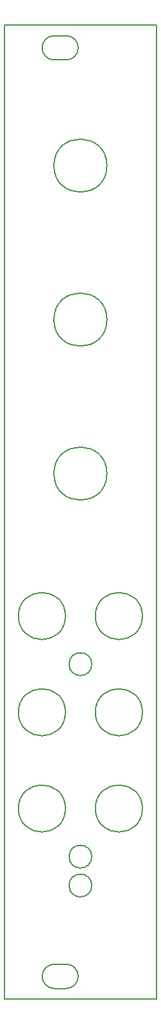
<source format=gbr>
G04 #@! TF.GenerationSoftware,KiCad,Pcbnew,(5.1.9-0-10_14)*
G04 #@! TF.CreationDate,2021-01-17T22:18:43-06:00*
G04 #@! TF.ProjectId,JNTUB_panel,4a4e5455-425f-4706-916e-656c2e6b6963,rev?*
G04 #@! TF.SameCoordinates,Original*
G04 #@! TF.FileFunction,Profile,NP*
%FSLAX46Y46*%
G04 Gerber Fmt 4.6, Leading zero omitted, Abs format (unit mm)*
G04 Created by KiCad (PCBNEW (5.1.9-0-10_14)) date 2021-01-17 22:18:43*
%MOMM*%
%LPD*%
G01*
G04 APERTURE LIST*
G04 #@! TA.AperFunction,Profile*
%ADD10C,0.150000*%
G04 #@! TD*
G04 APERTURE END LIST*
D10*
X94615000Y-162179000D02*
X95402400Y-162179000D01*
X94615000Y-162179000D02*
X93827600Y-162179000D01*
X94615000Y-158978600D02*
X95402400Y-158978600D01*
X94615000Y-158978600D02*
X93827600Y-158978600D01*
X93827600Y-162179000D02*
G75*
G02*
X92227400Y-160578800I0J1600200D01*
G01*
X97002600Y-160578800D02*
G75*
G02*
X95402400Y-162179000I-1600200J0D01*
G01*
X92227400Y-160578800D02*
G75*
G02*
X93827600Y-158978600I1600200J0D01*
G01*
X95402400Y-158978600D02*
G75*
G02*
X97002600Y-160578800I0J-1600200D01*
G01*
X94615000Y-36449000D02*
X95402400Y-36449000D01*
X94615000Y-36449000D02*
X93827600Y-36449000D01*
X97002600Y-38049200D02*
G75*
G02*
X95402400Y-39649400I-1600200J0D01*
G01*
X93827600Y-39649400D02*
G75*
G02*
X92227400Y-38049200I0J1600200D01*
G01*
X95402400Y-36449000D02*
G75*
G02*
X97002600Y-38049200I0J-1600200D01*
G01*
X94615000Y-39649400D02*
X93827600Y-39649400D01*
X94615000Y-39649400D02*
X95402400Y-39649400D01*
X92227400Y-38049200D02*
G75*
G02*
X93827600Y-36449000I1600200J0D01*
G01*
X100782000Y-53594000D02*
G75*
G03*
X100782000Y-53594000I-3500000J0D01*
G01*
X100782000Y-73914000D02*
G75*
G03*
X100782000Y-73914000I-3500000J0D01*
G01*
X100782000Y-94234000D02*
G75*
G03*
X100782000Y-94234000I-3500000J0D01*
G01*
X95302000Y-138430000D02*
G75*
G03*
X95302000Y-138430000I-3100000J0D01*
G01*
X105462000Y-138430000D02*
G75*
G03*
X105462000Y-138430000I-3100000J0D01*
G01*
X105462000Y-125730000D02*
G75*
G03*
X105462000Y-125730000I-3100000J0D01*
G01*
X98782000Y-148590000D02*
G75*
G03*
X98782000Y-148590000I-1500000J0D01*
G01*
X98782000Y-144780000D02*
G75*
G03*
X98782000Y-144780000I-1500000J0D01*
G01*
X95302000Y-125730000D02*
G75*
G03*
X95302000Y-125730000I-3100000J0D01*
G01*
X105462000Y-113030000D02*
G75*
G03*
X105462000Y-113030000I-3100000J0D01*
G01*
X98782000Y-119380000D02*
G75*
G03*
X98782000Y-119380000I-1500000J0D01*
G01*
X95302000Y-113030000D02*
G75*
G03*
X95302000Y-113030000I-3100000J0D01*
G01*
X87249000Y-35052000D02*
X107315000Y-35052000D01*
X87249000Y-163576000D02*
X107315000Y-163576000D01*
X107315000Y-35052000D02*
X107315000Y-163576000D01*
X87249000Y-35052000D02*
X87249000Y-163576000D01*
M02*

</source>
